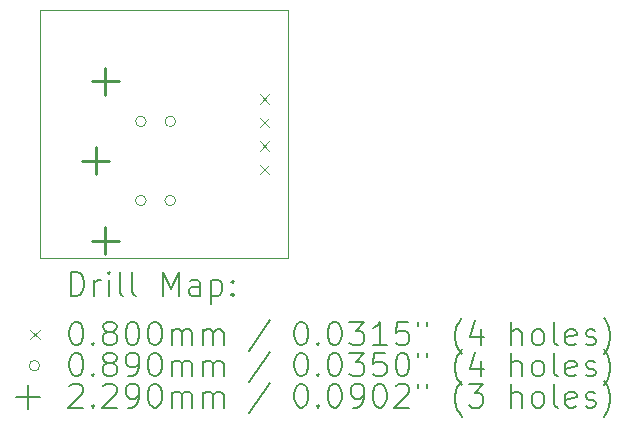
<source format=gbr>
%TF.GenerationSoftware,KiCad,Pcbnew,7.0.9-1.fc39*%
%TF.CreationDate,2023-12-29T10:15:17-08:00*%
%TF.ProjectId,aekii-m3501,61656b69-692d-46d3-9335-30312e6b6963,rev?*%
%TF.SameCoordinates,Original*%
%TF.FileFunction,Drillmap*%
%TF.FilePolarity,Positive*%
%FSLAX45Y45*%
G04 Gerber Fmt 4.5, Leading zero omitted, Abs format (unit mm)*
G04 Created by KiCad (PCBNEW 7.0.9-1.fc39) date 2023-12-29 10:15:17*
%MOMM*%
%LPD*%
G01*
G04 APERTURE LIST*
%ADD10C,0.100000*%
%ADD11C,0.200000*%
%ADD12C,0.229000*%
G04 APERTURE END LIST*
D10*
X10000000Y-10000000D02*
X12100000Y-10000000D01*
X12100000Y-12100000D01*
X10000000Y-12100000D01*
X10000000Y-10000000D01*
D11*
D10*
X11860000Y-10710000D02*
X11940000Y-10790000D01*
X11940000Y-10710000D02*
X11860000Y-10790000D01*
X11860000Y-10910000D02*
X11940000Y-10990000D01*
X11940000Y-10910000D02*
X11860000Y-10990000D01*
X11860000Y-11110000D02*
X11940000Y-11190000D01*
X11940000Y-11110000D02*
X11860000Y-11190000D01*
X11860000Y-11310000D02*
X11940000Y-11390000D01*
X11940000Y-11310000D02*
X11860000Y-11390000D01*
X10895500Y-10941000D02*
G75*
G03*
X10895500Y-10941000I-44500J0D01*
G01*
X10895500Y-11611000D02*
G75*
G03*
X10895500Y-11611000I-44500J0D01*
G01*
X11144500Y-10941000D02*
G75*
G03*
X11144500Y-10941000I-44500J0D01*
G01*
X11144500Y-11611000D02*
G75*
G03*
X11144500Y-11611000I-44500J0D01*
G01*
D12*
X10470000Y-11161500D02*
X10470000Y-11390500D01*
X10355500Y-11276000D02*
X10584500Y-11276000D01*
X10551000Y-10485500D02*
X10551000Y-10714500D01*
X10436500Y-10600000D02*
X10665500Y-10600000D01*
X10551000Y-11837500D02*
X10551000Y-12066500D01*
X10436500Y-11952000D02*
X10665500Y-11952000D01*
D11*
X10255777Y-12416484D02*
X10255777Y-12216484D01*
X10255777Y-12216484D02*
X10303396Y-12216484D01*
X10303396Y-12216484D02*
X10331967Y-12226008D01*
X10331967Y-12226008D02*
X10351015Y-12245055D01*
X10351015Y-12245055D02*
X10360539Y-12264103D01*
X10360539Y-12264103D02*
X10370063Y-12302198D01*
X10370063Y-12302198D02*
X10370063Y-12330769D01*
X10370063Y-12330769D02*
X10360539Y-12368865D01*
X10360539Y-12368865D02*
X10351015Y-12387912D01*
X10351015Y-12387912D02*
X10331967Y-12406960D01*
X10331967Y-12406960D02*
X10303396Y-12416484D01*
X10303396Y-12416484D02*
X10255777Y-12416484D01*
X10455777Y-12416484D02*
X10455777Y-12283150D01*
X10455777Y-12321246D02*
X10465301Y-12302198D01*
X10465301Y-12302198D02*
X10474824Y-12292674D01*
X10474824Y-12292674D02*
X10493872Y-12283150D01*
X10493872Y-12283150D02*
X10512920Y-12283150D01*
X10579586Y-12416484D02*
X10579586Y-12283150D01*
X10579586Y-12216484D02*
X10570063Y-12226008D01*
X10570063Y-12226008D02*
X10579586Y-12235531D01*
X10579586Y-12235531D02*
X10589110Y-12226008D01*
X10589110Y-12226008D02*
X10579586Y-12216484D01*
X10579586Y-12216484D02*
X10579586Y-12235531D01*
X10703396Y-12416484D02*
X10684348Y-12406960D01*
X10684348Y-12406960D02*
X10674824Y-12387912D01*
X10674824Y-12387912D02*
X10674824Y-12216484D01*
X10808158Y-12416484D02*
X10789110Y-12406960D01*
X10789110Y-12406960D02*
X10779586Y-12387912D01*
X10779586Y-12387912D02*
X10779586Y-12216484D01*
X11036729Y-12416484D02*
X11036729Y-12216484D01*
X11036729Y-12216484D02*
X11103396Y-12359341D01*
X11103396Y-12359341D02*
X11170063Y-12216484D01*
X11170063Y-12216484D02*
X11170063Y-12416484D01*
X11351015Y-12416484D02*
X11351015Y-12311722D01*
X11351015Y-12311722D02*
X11341491Y-12292674D01*
X11341491Y-12292674D02*
X11322443Y-12283150D01*
X11322443Y-12283150D02*
X11284348Y-12283150D01*
X11284348Y-12283150D02*
X11265301Y-12292674D01*
X11351015Y-12406960D02*
X11331967Y-12416484D01*
X11331967Y-12416484D02*
X11284348Y-12416484D01*
X11284348Y-12416484D02*
X11265301Y-12406960D01*
X11265301Y-12406960D02*
X11255777Y-12387912D01*
X11255777Y-12387912D02*
X11255777Y-12368865D01*
X11255777Y-12368865D02*
X11265301Y-12349817D01*
X11265301Y-12349817D02*
X11284348Y-12340293D01*
X11284348Y-12340293D02*
X11331967Y-12340293D01*
X11331967Y-12340293D02*
X11351015Y-12330769D01*
X11446253Y-12283150D02*
X11446253Y-12483150D01*
X11446253Y-12292674D02*
X11465301Y-12283150D01*
X11465301Y-12283150D02*
X11503396Y-12283150D01*
X11503396Y-12283150D02*
X11522443Y-12292674D01*
X11522443Y-12292674D02*
X11531967Y-12302198D01*
X11531967Y-12302198D02*
X11541491Y-12321246D01*
X11541491Y-12321246D02*
X11541491Y-12378388D01*
X11541491Y-12378388D02*
X11531967Y-12397436D01*
X11531967Y-12397436D02*
X11522443Y-12406960D01*
X11522443Y-12406960D02*
X11503396Y-12416484D01*
X11503396Y-12416484D02*
X11465301Y-12416484D01*
X11465301Y-12416484D02*
X11446253Y-12406960D01*
X11627205Y-12397436D02*
X11636729Y-12406960D01*
X11636729Y-12406960D02*
X11627205Y-12416484D01*
X11627205Y-12416484D02*
X11617682Y-12406960D01*
X11617682Y-12406960D02*
X11627205Y-12397436D01*
X11627205Y-12397436D02*
X11627205Y-12416484D01*
X11627205Y-12292674D02*
X11636729Y-12302198D01*
X11636729Y-12302198D02*
X11627205Y-12311722D01*
X11627205Y-12311722D02*
X11617682Y-12302198D01*
X11617682Y-12302198D02*
X11627205Y-12292674D01*
X11627205Y-12292674D02*
X11627205Y-12311722D01*
D10*
X9915000Y-12705000D02*
X9995000Y-12785000D01*
X9995000Y-12705000D02*
X9915000Y-12785000D01*
D11*
X10293872Y-12636484D02*
X10312920Y-12636484D01*
X10312920Y-12636484D02*
X10331967Y-12646008D01*
X10331967Y-12646008D02*
X10341491Y-12655531D01*
X10341491Y-12655531D02*
X10351015Y-12674579D01*
X10351015Y-12674579D02*
X10360539Y-12712674D01*
X10360539Y-12712674D02*
X10360539Y-12760293D01*
X10360539Y-12760293D02*
X10351015Y-12798388D01*
X10351015Y-12798388D02*
X10341491Y-12817436D01*
X10341491Y-12817436D02*
X10331967Y-12826960D01*
X10331967Y-12826960D02*
X10312920Y-12836484D01*
X10312920Y-12836484D02*
X10293872Y-12836484D01*
X10293872Y-12836484D02*
X10274824Y-12826960D01*
X10274824Y-12826960D02*
X10265301Y-12817436D01*
X10265301Y-12817436D02*
X10255777Y-12798388D01*
X10255777Y-12798388D02*
X10246253Y-12760293D01*
X10246253Y-12760293D02*
X10246253Y-12712674D01*
X10246253Y-12712674D02*
X10255777Y-12674579D01*
X10255777Y-12674579D02*
X10265301Y-12655531D01*
X10265301Y-12655531D02*
X10274824Y-12646008D01*
X10274824Y-12646008D02*
X10293872Y-12636484D01*
X10446253Y-12817436D02*
X10455777Y-12826960D01*
X10455777Y-12826960D02*
X10446253Y-12836484D01*
X10446253Y-12836484D02*
X10436729Y-12826960D01*
X10436729Y-12826960D02*
X10446253Y-12817436D01*
X10446253Y-12817436D02*
X10446253Y-12836484D01*
X10570063Y-12722198D02*
X10551015Y-12712674D01*
X10551015Y-12712674D02*
X10541491Y-12703150D01*
X10541491Y-12703150D02*
X10531967Y-12684103D01*
X10531967Y-12684103D02*
X10531967Y-12674579D01*
X10531967Y-12674579D02*
X10541491Y-12655531D01*
X10541491Y-12655531D02*
X10551015Y-12646008D01*
X10551015Y-12646008D02*
X10570063Y-12636484D01*
X10570063Y-12636484D02*
X10608158Y-12636484D01*
X10608158Y-12636484D02*
X10627205Y-12646008D01*
X10627205Y-12646008D02*
X10636729Y-12655531D01*
X10636729Y-12655531D02*
X10646253Y-12674579D01*
X10646253Y-12674579D02*
X10646253Y-12684103D01*
X10646253Y-12684103D02*
X10636729Y-12703150D01*
X10636729Y-12703150D02*
X10627205Y-12712674D01*
X10627205Y-12712674D02*
X10608158Y-12722198D01*
X10608158Y-12722198D02*
X10570063Y-12722198D01*
X10570063Y-12722198D02*
X10551015Y-12731722D01*
X10551015Y-12731722D02*
X10541491Y-12741246D01*
X10541491Y-12741246D02*
X10531967Y-12760293D01*
X10531967Y-12760293D02*
X10531967Y-12798388D01*
X10531967Y-12798388D02*
X10541491Y-12817436D01*
X10541491Y-12817436D02*
X10551015Y-12826960D01*
X10551015Y-12826960D02*
X10570063Y-12836484D01*
X10570063Y-12836484D02*
X10608158Y-12836484D01*
X10608158Y-12836484D02*
X10627205Y-12826960D01*
X10627205Y-12826960D02*
X10636729Y-12817436D01*
X10636729Y-12817436D02*
X10646253Y-12798388D01*
X10646253Y-12798388D02*
X10646253Y-12760293D01*
X10646253Y-12760293D02*
X10636729Y-12741246D01*
X10636729Y-12741246D02*
X10627205Y-12731722D01*
X10627205Y-12731722D02*
X10608158Y-12722198D01*
X10770063Y-12636484D02*
X10789110Y-12636484D01*
X10789110Y-12636484D02*
X10808158Y-12646008D01*
X10808158Y-12646008D02*
X10817682Y-12655531D01*
X10817682Y-12655531D02*
X10827205Y-12674579D01*
X10827205Y-12674579D02*
X10836729Y-12712674D01*
X10836729Y-12712674D02*
X10836729Y-12760293D01*
X10836729Y-12760293D02*
X10827205Y-12798388D01*
X10827205Y-12798388D02*
X10817682Y-12817436D01*
X10817682Y-12817436D02*
X10808158Y-12826960D01*
X10808158Y-12826960D02*
X10789110Y-12836484D01*
X10789110Y-12836484D02*
X10770063Y-12836484D01*
X10770063Y-12836484D02*
X10751015Y-12826960D01*
X10751015Y-12826960D02*
X10741491Y-12817436D01*
X10741491Y-12817436D02*
X10731967Y-12798388D01*
X10731967Y-12798388D02*
X10722444Y-12760293D01*
X10722444Y-12760293D02*
X10722444Y-12712674D01*
X10722444Y-12712674D02*
X10731967Y-12674579D01*
X10731967Y-12674579D02*
X10741491Y-12655531D01*
X10741491Y-12655531D02*
X10751015Y-12646008D01*
X10751015Y-12646008D02*
X10770063Y-12636484D01*
X10960539Y-12636484D02*
X10979586Y-12636484D01*
X10979586Y-12636484D02*
X10998634Y-12646008D01*
X10998634Y-12646008D02*
X11008158Y-12655531D01*
X11008158Y-12655531D02*
X11017682Y-12674579D01*
X11017682Y-12674579D02*
X11027205Y-12712674D01*
X11027205Y-12712674D02*
X11027205Y-12760293D01*
X11027205Y-12760293D02*
X11017682Y-12798388D01*
X11017682Y-12798388D02*
X11008158Y-12817436D01*
X11008158Y-12817436D02*
X10998634Y-12826960D01*
X10998634Y-12826960D02*
X10979586Y-12836484D01*
X10979586Y-12836484D02*
X10960539Y-12836484D01*
X10960539Y-12836484D02*
X10941491Y-12826960D01*
X10941491Y-12826960D02*
X10931967Y-12817436D01*
X10931967Y-12817436D02*
X10922444Y-12798388D01*
X10922444Y-12798388D02*
X10912920Y-12760293D01*
X10912920Y-12760293D02*
X10912920Y-12712674D01*
X10912920Y-12712674D02*
X10922444Y-12674579D01*
X10922444Y-12674579D02*
X10931967Y-12655531D01*
X10931967Y-12655531D02*
X10941491Y-12646008D01*
X10941491Y-12646008D02*
X10960539Y-12636484D01*
X11112920Y-12836484D02*
X11112920Y-12703150D01*
X11112920Y-12722198D02*
X11122444Y-12712674D01*
X11122444Y-12712674D02*
X11141491Y-12703150D01*
X11141491Y-12703150D02*
X11170063Y-12703150D01*
X11170063Y-12703150D02*
X11189110Y-12712674D01*
X11189110Y-12712674D02*
X11198634Y-12731722D01*
X11198634Y-12731722D02*
X11198634Y-12836484D01*
X11198634Y-12731722D02*
X11208158Y-12712674D01*
X11208158Y-12712674D02*
X11227205Y-12703150D01*
X11227205Y-12703150D02*
X11255777Y-12703150D01*
X11255777Y-12703150D02*
X11274824Y-12712674D01*
X11274824Y-12712674D02*
X11284348Y-12731722D01*
X11284348Y-12731722D02*
X11284348Y-12836484D01*
X11379586Y-12836484D02*
X11379586Y-12703150D01*
X11379586Y-12722198D02*
X11389110Y-12712674D01*
X11389110Y-12712674D02*
X11408158Y-12703150D01*
X11408158Y-12703150D02*
X11436729Y-12703150D01*
X11436729Y-12703150D02*
X11455777Y-12712674D01*
X11455777Y-12712674D02*
X11465301Y-12731722D01*
X11465301Y-12731722D02*
X11465301Y-12836484D01*
X11465301Y-12731722D02*
X11474824Y-12712674D01*
X11474824Y-12712674D02*
X11493872Y-12703150D01*
X11493872Y-12703150D02*
X11522443Y-12703150D01*
X11522443Y-12703150D02*
X11541491Y-12712674D01*
X11541491Y-12712674D02*
X11551015Y-12731722D01*
X11551015Y-12731722D02*
X11551015Y-12836484D01*
X11941491Y-12626960D02*
X11770063Y-12884103D01*
X12198634Y-12636484D02*
X12217682Y-12636484D01*
X12217682Y-12636484D02*
X12236729Y-12646008D01*
X12236729Y-12646008D02*
X12246253Y-12655531D01*
X12246253Y-12655531D02*
X12255777Y-12674579D01*
X12255777Y-12674579D02*
X12265301Y-12712674D01*
X12265301Y-12712674D02*
X12265301Y-12760293D01*
X12265301Y-12760293D02*
X12255777Y-12798388D01*
X12255777Y-12798388D02*
X12246253Y-12817436D01*
X12246253Y-12817436D02*
X12236729Y-12826960D01*
X12236729Y-12826960D02*
X12217682Y-12836484D01*
X12217682Y-12836484D02*
X12198634Y-12836484D01*
X12198634Y-12836484D02*
X12179586Y-12826960D01*
X12179586Y-12826960D02*
X12170063Y-12817436D01*
X12170063Y-12817436D02*
X12160539Y-12798388D01*
X12160539Y-12798388D02*
X12151015Y-12760293D01*
X12151015Y-12760293D02*
X12151015Y-12712674D01*
X12151015Y-12712674D02*
X12160539Y-12674579D01*
X12160539Y-12674579D02*
X12170063Y-12655531D01*
X12170063Y-12655531D02*
X12179586Y-12646008D01*
X12179586Y-12646008D02*
X12198634Y-12636484D01*
X12351015Y-12817436D02*
X12360539Y-12826960D01*
X12360539Y-12826960D02*
X12351015Y-12836484D01*
X12351015Y-12836484D02*
X12341491Y-12826960D01*
X12341491Y-12826960D02*
X12351015Y-12817436D01*
X12351015Y-12817436D02*
X12351015Y-12836484D01*
X12484348Y-12636484D02*
X12503396Y-12636484D01*
X12503396Y-12636484D02*
X12522444Y-12646008D01*
X12522444Y-12646008D02*
X12531967Y-12655531D01*
X12531967Y-12655531D02*
X12541491Y-12674579D01*
X12541491Y-12674579D02*
X12551015Y-12712674D01*
X12551015Y-12712674D02*
X12551015Y-12760293D01*
X12551015Y-12760293D02*
X12541491Y-12798388D01*
X12541491Y-12798388D02*
X12531967Y-12817436D01*
X12531967Y-12817436D02*
X12522444Y-12826960D01*
X12522444Y-12826960D02*
X12503396Y-12836484D01*
X12503396Y-12836484D02*
X12484348Y-12836484D01*
X12484348Y-12836484D02*
X12465301Y-12826960D01*
X12465301Y-12826960D02*
X12455777Y-12817436D01*
X12455777Y-12817436D02*
X12446253Y-12798388D01*
X12446253Y-12798388D02*
X12436729Y-12760293D01*
X12436729Y-12760293D02*
X12436729Y-12712674D01*
X12436729Y-12712674D02*
X12446253Y-12674579D01*
X12446253Y-12674579D02*
X12455777Y-12655531D01*
X12455777Y-12655531D02*
X12465301Y-12646008D01*
X12465301Y-12646008D02*
X12484348Y-12636484D01*
X12617682Y-12636484D02*
X12741491Y-12636484D01*
X12741491Y-12636484D02*
X12674825Y-12712674D01*
X12674825Y-12712674D02*
X12703396Y-12712674D01*
X12703396Y-12712674D02*
X12722444Y-12722198D01*
X12722444Y-12722198D02*
X12731967Y-12731722D01*
X12731967Y-12731722D02*
X12741491Y-12750769D01*
X12741491Y-12750769D02*
X12741491Y-12798388D01*
X12741491Y-12798388D02*
X12731967Y-12817436D01*
X12731967Y-12817436D02*
X12722444Y-12826960D01*
X12722444Y-12826960D02*
X12703396Y-12836484D01*
X12703396Y-12836484D02*
X12646253Y-12836484D01*
X12646253Y-12836484D02*
X12627206Y-12826960D01*
X12627206Y-12826960D02*
X12617682Y-12817436D01*
X12931967Y-12836484D02*
X12817682Y-12836484D01*
X12874825Y-12836484D02*
X12874825Y-12636484D01*
X12874825Y-12636484D02*
X12855777Y-12665055D01*
X12855777Y-12665055D02*
X12836729Y-12684103D01*
X12836729Y-12684103D02*
X12817682Y-12693627D01*
X13112920Y-12636484D02*
X13017682Y-12636484D01*
X13017682Y-12636484D02*
X13008158Y-12731722D01*
X13008158Y-12731722D02*
X13017682Y-12722198D01*
X13017682Y-12722198D02*
X13036729Y-12712674D01*
X13036729Y-12712674D02*
X13084348Y-12712674D01*
X13084348Y-12712674D02*
X13103396Y-12722198D01*
X13103396Y-12722198D02*
X13112920Y-12731722D01*
X13112920Y-12731722D02*
X13122444Y-12750769D01*
X13122444Y-12750769D02*
X13122444Y-12798388D01*
X13122444Y-12798388D02*
X13112920Y-12817436D01*
X13112920Y-12817436D02*
X13103396Y-12826960D01*
X13103396Y-12826960D02*
X13084348Y-12836484D01*
X13084348Y-12836484D02*
X13036729Y-12836484D01*
X13036729Y-12836484D02*
X13017682Y-12826960D01*
X13017682Y-12826960D02*
X13008158Y-12817436D01*
X13198634Y-12636484D02*
X13198634Y-12674579D01*
X13274825Y-12636484D02*
X13274825Y-12674579D01*
X13570063Y-12912674D02*
X13560539Y-12903150D01*
X13560539Y-12903150D02*
X13541491Y-12874579D01*
X13541491Y-12874579D02*
X13531968Y-12855531D01*
X13531968Y-12855531D02*
X13522444Y-12826960D01*
X13522444Y-12826960D02*
X13512920Y-12779341D01*
X13512920Y-12779341D02*
X13512920Y-12741246D01*
X13512920Y-12741246D02*
X13522444Y-12693627D01*
X13522444Y-12693627D02*
X13531968Y-12665055D01*
X13531968Y-12665055D02*
X13541491Y-12646008D01*
X13541491Y-12646008D02*
X13560539Y-12617436D01*
X13560539Y-12617436D02*
X13570063Y-12607912D01*
X13731968Y-12703150D02*
X13731968Y-12836484D01*
X13684348Y-12626960D02*
X13636729Y-12769817D01*
X13636729Y-12769817D02*
X13760539Y-12769817D01*
X13989110Y-12836484D02*
X13989110Y-12636484D01*
X14074825Y-12836484D02*
X14074825Y-12731722D01*
X14074825Y-12731722D02*
X14065301Y-12712674D01*
X14065301Y-12712674D02*
X14046253Y-12703150D01*
X14046253Y-12703150D02*
X14017682Y-12703150D01*
X14017682Y-12703150D02*
X13998634Y-12712674D01*
X13998634Y-12712674D02*
X13989110Y-12722198D01*
X14198634Y-12836484D02*
X14179587Y-12826960D01*
X14179587Y-12826960D02*
X14170063Y-12817436D01*
X14170063Y-12817436D02*
X14160539Y-12798388D01*
X14160539Y-12798388D02*
X14160539Y-12741246D01*
X14160539Y-12741246D02*
X14170063Y-12722198D01*
X14170063Y-12722198D02*
X14179587Y-12712674D01*
X14179587Y-12712674D02*
X14198634Y-12703150D01*
X14198634Y-12703150D02*
X14227206Y-12703150D01*
X14227206Y-12703150D02*
X14246253Y-12712674D01*
X14246253Y-12712674D02*
X14255777Y-12722198D01*
X14255777Y-12722198D02*
X14265301Y-12741246D01*
X14265301Y-12741246D02*
X14265301Y-12798388D01*
X14265301Y-12798388D02*
X14255777Y-12817436D01*
X14255777Y-12817436D02*
X14246253Y-12826960D01*
X14246253Y-12826960D02*
X14227206Y-12836484D01*
X14227206Y-12836484D02*
X14198634Y-12836484D01*
X14379587Y-12836484D02*
X14360539Y-12826960D01*
X14360539Y-12826960D02*
X14351015Y-12807912D01*
X14351015Y-12807912D02*
X14351015Y-12636484D01*
X14531968Y-12826960D02*
X14512920Y-12836484D01*
X14512920Y-12836484D02*
X14474825Y-12836484D01*
X14474825Y-12836484D02*
X14455777Y-12826960D01*
X14455777Y-12826960D02*
X14446253Y-12807912D01*
X14446253Y-12807912D02*
X14446253Y-12731722D01*
X14446253Y-12731722D02*
X14455777Y-12712674D01*
X14455777Y-12712674D02*
X14474825Y-12703150D01*
X14474825Y-12703150D02*
X14512920Y-12703150D01*
X14512920Y-12703150D02*
X14531968Y-12712674D01*
X14531968Y-12712674D02*
X14541491Y-12731722D01*
X14541491Y-12731722D02*
X14541491Y-12750769D01*
X14541491Y-12750769D02*
X14446253Y-12769817D01*
X14617682Y-12826960D02*
X14636730Y-12836484D01*
X14636730Y-12836484D02*
X14674825Y-12836484D01*
X14674825Y-12836484D02*
X14693872Y-12826960D01*
X14693872Y-12826960D02*
X14703396Y-12807912D01*
X14703396Y-12807912D02*
X14703396Y-12798388D01*
X14703396Y-12798388D02*
X14693872Y-12779341D01*
X14693872Y-12779341D02*
X14674825Y-12769817D01*
X14674825Y-12769817D02*
X14646253Y-12769817D01*
X14646253Y-12769817D02*
X14627206Y-12760293D01*
X14627206Y-12760293D02*
X14617682Y-12741246D01*
X14617682Y-12741246D02*
X14617682Y-12731722D01*
X14617682Y-12731722D02*
X14627206Y-12712674D01*
X14627206Y-12712674D02*
X14646253Y-12703150D01*
X14646253Y-12703150D02*
X14674825Y-12703150D01*
X14674825Y-12703150D02*
X14693872Y-12712674D01*
X14770063Y-12912674D02*
X14779587Y-12903150D01*
X14779587Y-12903150D02*
X14798634Y-12874579D01*
X14798634Y-12874579D02*
X14808158Y-12855531D01*
X14808158Y-12855531D02*
X14817682Y-12826960D01*
X14817682Y-12826960D02*
X14827206Y-12779341D01*
X14827206Y-12779341D02*
X14827206Y-12741246D01*
X14827206Y-12741246D02*
X14817682Y-12693627D01*
X14817682Y-12693627D02*
X14808158Y-12665055D01*
X14808158Y-12665055D02*
X14798634Y-12646008D01*
X14798634Y-12646008D02*
X14779587Y-12617436D01*
X14779587Y-12617436D02*
X14770063Y-12607912D01*
D10*
X9995000Y-13009000D02*
G75*
G03*
X9995000Y-13009000I-44500J0D01*
G01*
D11*
X10293872Y-12900484D02*
X10312920Y-12900484D01*
X10312920Y-12900484D02*
X10331967Y-12910008D01*
X10331967Y-12910008D02*
X10341491Y-12919531D01*
X10341491Y-12919531D02*
X10351015Y-12938579D01*
X10351015Y-12938579D02*
X10360539Y-12976674D01*
X10360539Y-12976674D02*
X10360539Y-13024293D01*
X10360539Y-13024293D02*
X10351015Y-13062388D01*
X10351015Y-13062388D02*
X10341491Y-13081436D01*
X10341491Y-13081436D02*
X10331967Y-13090960D01*
X10331967Y-13090960D02*
X10312920Y-13100484D01*
X10312920Y-13100484D02*
X10293872Y-13100484D01*
X10293872Y-13100484D02*
X10274824Y-13090960D01*
X10274824Y-13090960D02*
X10265301Y-13081436D01*
X10265301Y-13081436D02*
X10255777Y-13062388D01*
X10255777Y-13062388D02*
X10246253Y-13024293D01*
X10246253Y-13024293D02*
X10246253Y-12976674D01*
X10246253Y-12976674D02*
X10255777Y-12938579D01*
X10255777Y-12938579D02*
X10265301Y-12919531D01*
X10265301Y-12919531D02*
X10274824Y-12910008D01*
X10274824Y-12910008D02*
X10293872Y-12900484D01*
X10446253Y-13081436D02*
X10455777Y-13090960D01*
X10455777Y-13090960D02*
X10446253Y-13100484D01*
X10446253Y-13100484D02*
X10436729Y-13090960D01*
X10436729Y-13090960D02*
X10446253Y-13081436D01*
X10446253Y-13081436D02*
X10446253Y-13100484D01*
X10570063Y-12986198D02*
X10551015Y-12976674D01*
X10551015Y-12976674D02*
X10541491Y-12967150D01*
X10541491Y-12967150D02*
X10531967Y-12948103D01*
X10531967Y-12948103D02*
X10531967Y-12938579D01*
X10531967Y-12938579D02*
X10541491Y-12919531D01*
X10541491Y-12919531D02*
X10551015Y-12910008D01*
X10551015Y-12910008D02*
X10570063Y-12900484D01*
X10570063Y-12900484D02*
X10608158Y-12900484D01*
X10608158Y-12900484D02*
X10627205Y-12910008D01*
X10627205Y-12910008D02*
X10636729Y-12919531D01*
X10636729Y-12919531D02*
X10646253Y-12938579D01*
X10646253Y-12938579D02*
X10646253Y-12948103D01*
X10646253Y-12948103D02*
X10636729Y-12967150D01*
X10636729Y-12967150D02*
X10627205Y-12976674D01*
X10627205Y-12976674D02*
X10608158Y-12986198D01*
X10608158Y-12986198D02*
X10570063Y-12986198D01*
X10570063Y-12986198D02*
X10551015Y-12995722D01*
X10551015Y-12995722D02*
X10541491Y-13005246D01*
X10541491Y-13005246D02*
X10531967Y-13024293D01*
X10531967Y-13024293D02*
X10531967Y-13062388D01*
X10531967Y-13062388D02*
X10541491Y-13081436D01*
X10541491Y-13081436D02*
X10551015Y-13090960D01*
X10551015Y-13090960D02*
X10570063Y-13100484D01*
X10570063Y-13100484D02*
X10608158Y-13100484D01*
X10608158Y-13100484D02*
X10627205Y-13090960D01*
X10627205Y-13090960D02*
X10636729Y-13081436D01*
X10636729Y-13081436D02*
X10646253Y-13062388D01*
X10646253Y-13062388D02*
X10646253Y-13024293D01*
X10646253Y-13024293D02*
X10636729Y-13005246D01*
X10636729Y-13005246D02*
X10627205Y-12995722D01*
X10627205Y-12995722D02*
X10608158Y-12986198D01*
X10741491Y-13100484D02*
X10779586Y-13100484D01*
X10779586Y-13100484D02*
X10798634Y-13090960D01*
X10798634Y-13090960D02*
X10808158Y-13081436D01*
X10808158Y-13081436D02*
X10827205Y-13052865D01*
X10827205Y-13052865D02*
X10836729Y-13014769D01*
X10836729Y-13014769D02*
X10836729Y-12938579D01*
X10836729Y-12938579D02*
X10827205Y-12919531D01*
X10827205Y-12919531D02*
X10817682Y-12910008D01*
X10817682Y-12910008D02*
X10798634Y-12900484D01*
X10798634Y-12900484D02*
X10760539Y-12900484D01*
X10760539Y-12900484D02*
X10741491Y-12910008D01*
X10741491Y-12910008D02*
X10731967Y-12919531D01*
X10731967Y-12919531D02*
X10722444Y-12938579D01*
X10722444Y-12938579D02*
X10722444Y-12986198D01*
X10722444Y-12986198D02*
X10731967Y-13005246D01*
X10731967Y-13005246D02*
X10741491Y-13014769D01*
X10741491Y-13014769D02*
X10760539Y-13024293D01*
X10760539Y-13024293D02*
X10798634Y-13024293D01*
X10798634Y-13024293D02*
X10817682Y-13014769D01*
X10817682Y-13014769D02*
X10827205Y-13005246D01*
X10827205Y-13005246D02*
X10836729Y-12986198D01*
X10960539Y-12900484D02*
X10979586Y-12900484D01*
X10979586Y-12900484D02*
X10998634Y-12910008D01*
X10998634Y-12910008D02*
X11008158Y-12919531D01*
X11008158Y-12919531D02*
X11017682Y-12938579D01*
X11017682Y-12938579D02*
X11027205Y-12976674D01*
X11027205Y-12976674D02*
X11027205Y-13024293D01*
X11027205Y-13024293D02*
X11017682Y-13062388D01*
X11017682Y-13062388D02*
X11008158Y-13081436D01*
X11008158Y-13081436D02*
X10998634Y-13090960D01*
X10998634Y-13090960D02*
X10979586Y-13100484D01*
X10979586Y-13100484D02*
X10960539Y-13100484D01*
X10960539Y-13100484D02*
X10941491Y-13090960D01*
X10941491Y-13090960D02*
X10931967Y-13081436D01*
X10931967Y-13081436D02*
X10922444Y-13062388D01*
X10922444Y-13062388D02*
X10912920Y-13024293D01*
X10912920Y-13024293D02*
X10912920Y-12976674D01*
X10912920Y-12976674D02*
X10922444Y-12938579D01*
X10922444Y-12938579D02*
X10931967Y-12919531D01*
X10931967Y-12919531D02*
X10941491Y-12910008D01*
X10941491Y-12910008D02*
X10960539Y-12900484D01*
X11112920Y-13100484D02*
X11112920Y-12967150D01*
X11112920Y-12986198D02*
X11122444Y-12976674D01*
X11122444Y-12976674D02*
X11141491Y-12967150D01*
X11141491Y-12967150D02*
X11170063Y-12967150D01*
X11170063Y-12967150D02*
X11189110Y-12976674D01*
X11189110Y-12976674D02*
X11198634Y-12995722D01*
X11198634Y-12995722D02*
X11198634Y-13100484D01*
X11198634Y-12995722D02*
X11208158Y-12976674D01*
X11208158Y-12976674D02*
X11227205Y-12967150D01*
X11227205Y-12967150D02*
X11255777Y-12967150D01*
X11255777Y-12967150D02*
X11274824Y-12976674D01*
X11274824Y-12976674D02*
X11284348Y-12995722D01*
X11284348Y-12995722D02*
X11284348Y-13100484D01*
X11379586Y-13100484D02*
X11379586Y-12967150D01*
X11379586Y-12986198D02*
X11389110Y-12976674D01*
X11389110Y-12976674D02*
X11408158Y-12967150D01*
X11408158Y-12967150D02*
X11436729Y-12967150D01*
X11436729Y-12967150D02*
X11455777Y-12976674D01*
X11455777Y-12976674D02*
X11465301Y-12995722D01*
X11465301Y-12995722D02*
X11465301Y-13100484D01*
X11465301Y-12995722D02*
X11474824Y-12976674D01*
X11474824Y-12976674D02*
X11493872Y-12967150D01*
X11493872Y-12967150D02*
X11522443Y-12967150D01*
X11522443Y-12967150D02*
X11541491Y-12976674D01*
X11541491Y-12976674D02*
X11551015Y-12995722D01*
X11551015Y-12995722D02*
X11551015Y-13100484D01*
X11941491Y-12890960D02*
X11770063Y-13148103D01*
X12198634Y-12900484D02*
X12217682Y-12900484D01*
X12217682Y-12900484D02*
X12236729Y-12910008D01*
X12236729Y-12910008D02*
X12246253Y-12919531D01*
X12246253Y-12919531D02*
X12255777Y-12938579D01*
X12255777Y-12938579D02*
X12265301Y-12976674D01*
X12265301Y-12976674D02*
X12265301Y-13024293D01*
X12265301Y-13024293D02*
X12255777Y-13062388D01*
X12255777Y-13062388D02*
X12246253Y-13081436D01*
X12246253Y-13081436D02*
X12236729Y-13090960D01*
X12236729Y-13090960D02*
X12217682Y-13100484D01*
X12217682Y-13100484D02*
X12198634Y-13100484D01*
X12198634Y-13100484D02*
X12179586Y-13090960D01*
X12179586Y-13090960D02*
X12170063Y-13081436D01*
X12170063Y-13081436D02*
X12160539Y-13062388D01*
X12160539Y-13062388D02*
X12151015Y-13024293D01*
X12151015Y-13024293D02*
X12151015Y-12976674D01*
X12151015Y-12976674D02*
X12160539Y-12938579D01*
X12160539Y-12938579D02*
X12170063Y-12919531D01*
X12170063Y-12919531D02*
X12179586Y-12910008D01*
X12179586Y-12910008D02*
X12198634Y-12900484D01*
X12351015Y-13081436D02*
X12360539Y-13090960D01*
X12360539Y-13090960D02*
X12351015Y-13100484D01*
X12351015Y-13100484D02*
X12341491Y-13090960D01*
X12341491Y-13090960D02*
X12351015Y-13081436D01*
X12351015Y-13081436D02*
X12351015Y-13100484D01*
X12484348Y-12900484D02*
X12503396Y-12900484D01*
X12503396Y-12900484D02*
X12522444Y-12910008D01*
X12522444Y-12910008D02*
X12531967Y-12919531D01*
X12531967Y-12919531D02*
X12541491Y-12938579D01*
X12541491Y-12938579D02*
X12551015Y-12976674D01*
X12551015Y-12976674D02*
X12551015Y-13024293D01*
X12551015Y-13024293D02*
X12541491Y-13062388D01*
X12541491Y-13062388D02*
X12531967Y-13081436D01*
X12531967Y-13081436D02*
X12522444Y-13090960D01*
X12522444Y-13090960D02*
X12503396Y-13100484D01*
X12503396Y-13100484D02*
X12484348Y-13100484D01*
X12484348Y-13100484D02*
X12465301Y-13090960D01*
X12465301Y-13090960D02*
X12455777Y-13081436D01*
X12455777Y-13081436D02*
X12446253Y-13062388D01*
X12446253Y-13062388D02*
X12436729Y-13024293D01*
X12436729Y-13024293D02*
X12436729Y-12976674D01*
X12436729Y-12976674D02*
X12446253Y-12938579D01*
X12446253Y-12938579D02*
X12455777Y-12919531D01*
X12455777Y-12919531D02*
X12465301Y-12910008D01*
X12465301Y-12910008D02*
X12484348Y-12900484D01*
X12617682Y-12900484D02*
X12741491Y-12900484D01*
X12741491Y-12900484D02*
X12674825Y-12976674D01*
X12674825Y-12976674D02*
X12703396Y-12976674D01*
X12703396Y-12976674D02*
X12722444Y-12986198D01*
X12722444Y-12986198D02*
X12731967Y-12995722D01*
X12731967Y-12995722D02*
X12741491Y-13014769D01*
X12741491Y-13014769D02*
X12741491Y-13062388D01*
X12741491Y-13062388D02*
X12731967Y-13081436D01*
X12731967Y-13081436D02*
X12722444Y-13090960D01*
X12722444Y-13090960D02*
X12703396Y-13100484D01*
X12703396Y-13100484D02*
X12646253Y-13100484D01*
X12646253Y-13100484D02*
X12627206Y-13090960D01*
X12627206Y-13090960D02*
X12617682Y-13081436D01*
X12922444Y-12900484D02*
X12827206Y-12900484D01*
X12827206Y-12900484D02*
X12817682Y-12995722D01*
X12817682Y-12995722D02*
X12827206Y-12986198D01*
X12827206Y-12986198D02*
X12846253Y-12976674D01*
X12846253Y-12976674D02*
X12893872Y-12976674D01*
X12893872Y-12976674D02*
X12912920Y-12986198D01*
X12912920Y-12986198D02*
X12922444Y-12995722D01*
X12922444Y-12995722D02*
X12931967Y-13014769D01*
X12931967Y-13014769D02*
X12931967Y-13062388D01*
X12931967Y-13062388D02*
X12922444Y-13081436D01*
X12922444Y-13081436D02*
X12912920Y-13090960D01*
X12912920Y-13090960D02*
X12893872Y-13100484D01*
X12893872Y-13100484D02*
X12846253Y-13100484D01*
X12846253Y-13100484D02*
X12827206Y-13090960D01*
X12827206Y-13090960D02*
X12817682Y-13081436D01*
X13055777Y-12900484D02*
X13074825Y-12900484D01*
X13074825Y-12900484D02*
X13093872Y-12910008D01*
X13093872Y-12910008D02*
X13103396Y-12919531D01*
X13103396Y-12919531D02*
X13112920Y-12938579D01*
X13112920Y-12938579D02*
X13122444Y-12976674D01*
X13122444Y-12976674D02*
X13122444Y-13024293D01*
X13122444Y-13024293D02*
X13112920Y-13062388D01*
X13112920Y-13062388D02*
X13103396Y-13081436D01*
X13103396Y-13081436D02*
X13093872Y-13090960D01*
X13093872Y-13090960D02*
X13074825Y-13100484D01*
X13074825Y-13100484D02*
X13055777Y-13100484D01*
X13055777Y-13100484D02*
X13036729Y-13090960D01*
X13036729Y-13090960D02*
X13027206Y-13081436D01*
X13027206Y-13081436D02*
X13017682Y-13062388D01*
X13017682Y-13062388D02*
X13008158Y-13024293D01*
X13008158Y-13024293D02*
X13008158Y-12976674D01*
X13008158Y-12976674D02*
X13017682Y-12938579D01*
X13017682Y-12938579D02*
X13027206Y-12919531D01*
X13027206Y-12919531D02*
X13036729Y-12910008D01*
X13036729Y-12910008D02*
X13055777Y-12900484D01*
X13198634Y-12900484D02*
X13198634Y-12938579D01*
X13274825Y-12900484D02*
X13274825Y-12938579D01*
X13570063Y-13176674D02*
X13560539Y-13167150D01*
X13560539Y-13167150D02*
X13541491Y-13138579D01*
X13541491Y-13138579D02*
X13531968Y-13119531D01*
X13531968Y-13119531D02*
X13522444Y-13090960D01*
X13522444Y-13090960D02*
X13512920Y-13043341D01*
X13512920Y-13043341D02*
X13512920Y-13005246D01*
X13512920Y-13005246D02*
X13522444Y-12957627D01*
X13522444Y-12957627D02*
X13531968Y-12929055D01*
X13531968Y-12929055D02*
X13541491Y-12910008D01*
X13541491Y-12910008D02*
X13560539Y-12881436D01*
X13560539Y-12881436D02*
X13570063Y-12871912D01*
X13731968Y-12967150D02*
X13731968Y-13100484D01*
X13684348Y-12890960D02*
X13636729Y-13033817D01*
X13636729Y-13033817D02*
X13760539Y-13033817D01*
X13989110Y-13100484D02*
X13989110Y-12900484D01*
X14074825Y-13100484D02*
X14074825Y-12995722D01*
X14074825Y-12995722D02*
X14065301Y-12976674D01*
X14065301Y-12976674D02*
X14046253Y-12967150D01*
X14046253Y-12967150D02*
X14017682Y-12967150D01*
X14017682Y-12967150D02*
X13998634Y-12976674D01*
X13998634Y-12976674D02*
X13989110Y-12986198D01*
X14198634Y-13100484D02*
X14179587Y-13090960D01*
X14179587Y-13090960D02*
X14170063Y-13081436D01*
X14170063Y-13081436D02*
X14160539Y-13062388D01*
X14160539Y-13062388D02*
X14160539Y-13005246D01*
X14160539Y-13005246D02*
X14170063Y-12986198D01*
X14170063Y-12986198D02*
X14179587Y-12976674D01*
X14179587Y-12976674D02*
X14198634Y-12967150D01*
X14198634Y-12967150D02*
X14227206Y-12967150D01*
X14227206Y-12967150D02*
X14246253Y-12976674D01*
X14246253Y-12976674D02*
X14255777Y-12986198D01*
X14255777Y-12986198D02*
X14265301Y-13005246D01*
X14265301Y-13005246D02*
X14265301Y-13062388D01*
X14265301Y-13062388D02*
X14255777Y-13081436D01*
X14255777Y-13081436D02*
X14246253Y-13090960D01*
X14246253Y-13090960D02*
X14227206Y-13100484D01*
X14227206Y-13100484D02*
X14198634Y-13100484D01*
X14379587Y-13100484D02*
X14360539Y-13090960D01*
X14360539Y-13090960D02*
X14351015Y-13071912D01*
X14351015Y-13071912D02*
X14351015Y-12900484D01*
X14531968Y-13090960D02*
X14512920Y-13100484D01*
X14512920Y-13100484D02*
X14474825Y-13100484D01*
X14474825Y-13100484D02*
X14455777Y-13090960D01*
X14455777Y-13090960D02*
X14446253Y-13071912D01*
X14446253Y-13071912D02*
X14446253Y-12995722D01*
X14446253Y-12995722D02*
X14455777Y-12976674D01*
X14455777Y-12976674D02*
X14474825Y-12967150D01*
X14474825Y-12967150D02*
X14512920Y-12967150D01*
X14512920Y-12967150D02*
X14531968Y-12976674D01*
X14531968Y-12976674D02*
X14541491Y-12995722D01*
X14541491Y-12995722D02*
X14541491Y-13014769D01*
X14541491Y-13014769D02*
X14446253Y-13033817D01*
X14617682Y-13090960D02*
X14636730Y-13100484D01*
X14636730Y-13100484D02*
X14674825Y-13100484D01*
X14674825Y-13100484D02*
X14693872Y-13090960D01*
X14693872Y-13090960D02*
X14703396Y-13071912D01*
X14703396Y-13071912D02*
X14703396Y-13062388D01*
X14703396Y-13062388D02*
X14693872Y-13043341D01*
X14693872Y-13043341D02*
X14674825Y-13033817D01*
X14674825Y-13033817D02*
X14646253Y-13033817D01*
X14646253Y-13033817D02*
X14627206Y-13024293D01*
X14627206Y-13024293D02*
X14617682Y-13005246D01*
X14617682Y-13005246D02*
X14617682Y-12995722D01*
X14617682Y-12995722D02*
X14627206Y-12976674D01*
X14627206Y-12976674D02*
X14646253Y-12967150D01*
X14646253Y-12967150D02*
X14674825Y-12967150D01*
X14674825Y-12967150D02*
X14693872Y-12976674D01*
X14770063Y-13176674D02*
X14779587Y-13167150D01*
X14779587Y-13167150D02*
X14798634Y-13138579D01*
X14798634Y-13138579D02*
X14808158Y-13119531D01*
X14808158Y-13119531D02*
X14817682Y-13090960D01*
X14817682Y-13090960D02*
X14827206Y-13043341D01*
X14827206Y-13043341D02*
X14827206Y-13005246D01*
X14827206Y-13005246D02*
X14817682Y-12957627D01*
X14817682Y-12957627D02*
X14808158Y-12929055D01*
X14808158Y-12929055D02*
X14798634Y-12910008D01*
X14798634Y-12910008D02*
X14779587Y-12881436D01*
X14779587Y-12881436D02*
X14770063Y-12871912D01*
X9895000Y-13173000D02*
X9895000Y-13373000D01*
X9795000Y-13273000D02*
X9995000Y-13273000D01*
X10246253Y-13183531D02*
X10255777Y-13174008D01*
X10255777Y-13174008D02*
X10274824Y-13164484D01*
X10274824Y-13164484D02*
X10322444Y-13164484D01*
X10322444Y-13164484D02*
X10341491Y-13174008D01*
X10341491Y-13174008D02*
X10351015Y-13183531D01*
X10351015Y-13183531D02*
X10360539Y-13202579D01*
X10360539Y-13202579D02*
X10360539Y-13221627D01*
X10360539Y-13221627D02*
X10351015Y-13250198D01*
X10351015Y-13250198D02*
X10236729Y-13364484D01*
X10236729Y-13364484D02*
X10360539Y-13364484D01*
X10446253Y-13345436D02*
X10455777Y-13354960D01*
X10455777Y-13354960D02*
X10446253Y-13364484D01*
X10446253Y-13364484D02*
X10436729Y-13354960D01*
X10436729Y-13354960D02*
X10446253Y-13345436D01*
X10446253Y-13345436D02*
X10446253Y-13364484D01*
X10531967Y-13183531D02*
X10541491Y-13174008D01*
X10541491Y-13174008D02*
X10560539Y-13164484D01*
X10560539Y-13164484D02*
X10608158Y-13164484D01*
X10608158Y-13164484D02*
X10627205Y-13174008D01*
X10627205Y-13174008D02*
X10636729Y-13183531D01*
X10636729Y-13183531D02*
X10646253Y-13202579D01*
X10646253Y-13202579D02*
X10646253Y-13221627D01*
X10646253Y-13221627D02*
X10636729Y-13250198D01*
X10636729Y-13250198D02*
X10522444Y-13364484D01*
X10522444Y-13364484D02*
X10646253Y-13364484D01*
X10741491Y-13364484D02*
X10779586Y-13364484D01*
X10779586Y-13364484D02*
X10798634Y-13354960D01*
X10798634Y-13354960D02*
X10808158Y-13345436D01*
X10808158Y-13345436D02*
X10827205Y-13316865D01*
X10827205Y-13316865D02*
X10836729Y-13278769D01*
X10836729Y-13278769D02*
X10836729Y-13202579D01*
X10836729Y-13202579D02*
X10827205Y-13183531D01*
X10827205Y-13183531D02*
X10817682Y-13174008D01*
X10817682Y-13174008D02*
X10798634Y-13164484D01*
X10798634Y-13164484D02*
X10760539Y-13164484D01*
X10760539Y-13164484D02*
X10741491Y-13174008D01*
X10741491Y-13174008D02*
X10731967Y-13183531D01*
X10731967Y-13183531D02*
X10722444Y-13202579D01*
X10722444Y-13202579D02*
X10722444Y-13250198D01*
X10722444Y-13250198D02*
X10731967Y-13269246D01*
X10731967Y-13269246D02*
X10741491Y-13278769D01*
X10741491Y-13278769D02*
X10760539Y-13288293D01*
X10760539Y-13288293D02*
X10798634Y-13288293D01*
X10798634Y-13288293D02*
X10817682Y-13278769D01*
X10817682Y-13278769D02*
X10827205Y-13269246D01*
X10827205Y-13269246D02*
X10836729Y-13250198D01*
X10960539Y-13164484D02*
X10979586Y-13164484D01*
X10979586Y-13164484D02*
X10998634Y-13174008D01*
X10998634Y-13174008D02*
X11008158Y-13183531D01*
X11008158Y-13183531D02*
X11017682Y-13202579D01*
X11017682Y-13202579D02*
X11027205Y-13240674D01*
X11027205Y-13240674D02*
X11027205Y-13288293D01*
X11027205Y-13288293D02*
X11017682Y-13326388D01*
X11017682Y-13326388D02*
X11008158Y-13345436D01*
X11008158Y-13345436D02*
X10998634Y-13354960D01*
X10998634Y-13354960D02*
X10979586Y-13364484D01*
X10979586Y-13364484D02*
X10960539Y-13364484D01*
X10960539Y-13364484D02*
X10941491Y-13354960D01*
X10941491Y-13354960D02*
X10931967Y-13345436D01*
X10931967Y-13345436D02*
X10922444Y-13326388D01*
X10922444Y-13326388D02*
X10912920Y-13288293D01*
X10912920Y-13288293D02*
X10912920Y-13240674D01*
X10912920Y-13240674D02*
X10922444Y-13202579D01*
X10922444Y-13202579D02*
X10931967Y-13183531D01*
X10931967Y-13183531D02*
X10941491Y-13174008D01*
X10941491Y-13174008D02*
X10960539Y-13164484D01*
X11112920Y-13364484D02*
X11112920Y-13231150D01*
X11112920Y-13250198D02*
X11122444Y-13240674D01*
X11122444Y-13240674D02*
X11141491Y-13231150D01*
X11141491Y-13231150D02*
X11170063Y-13231150D01*
X11170063Y-13231150D02*
X11189110Y-13240674D01*
X11189110Y-13240674D02*
X11198634Y-13259722D01*
X11198634Y-13259722D02*
X11198634Y-13364484D01*
X11198634Y-13259722D02*
X11208158Y-13240674D01*
X11208158Y-13240674D02*
X11227205Y-13231150D01*
X11227205Y-13231150D02*
X11255777Y-13231150D01*
X11255777Y-13231150D02*
X11274824Y-13240674D01*
X11274824Y-13240674D02*
X11284348Y-13259722D01*
X11284348Y-13259722D02*
X11284348Y-13364484D01*
X11379586Y-13364484D02*
X11379586Y-13231150D01*
X11379586Y-13250198D02*
X11389110Y-13240674D01*
X11389110Y-13240674D02*
X11408158Y-13231150D01*
X11408158Y-13231150D02*
X11436729Y-13231150D01*
X11436729Y-13231150D02*
X11455777Y-13240674D01*
X11455777Y-13240674D02*
X11465301Y-13259722D01*
X11465301Y-13259722D02*
X11465301Y-13364484D01*
X11465301Y-13259722D02*
X11474824Y-13240674D01*
X11474824Y-13240674D02*
X11493872Y-13231150D01*
X11493872Y-13231150D02*
X11522443Y-13231150D01*
X11522443Y-13231150D02*
X11541491Y-13240674D01*
X11541491Y-13240674D02*
X11551015Y-13259722D01*
X11551015Y-13259722D02*
X11551015Y-13364484D01*
X11941491Y-13154960D02*
X11770063Y-13412103D01*
X12198634Y-13164484D02*
X12217682Y-13164484D01*
X12217682Y-13164484D02*
X12236729Y-13174008D01*
X12236729Y-13174008D02*
X12246253Y-13183531D01*
X12246253Y-13183531D02*
X12255777Y-13202579D01*
X12255777Y-13202579D02*
X12265301Y-13240674D01*
X12265301Y-13240674D02*
X12265301Y-13288293D01*
X12265301Y-13288293D02*
X12255777Y-13326388D01*
X12255777Y-13326388D02*
X12246253Y-13345436D01*
X12246253Y-13345436D02*
X12236729Y-13354960D01*
X12236729Y-13354960D02*
X12217682Y-13364484D01*
X12217682Y-13364484D02*
X12198634Y-13364484D01*
X12198634Y-13364484D02*
X12179586Y-13354960D01*
X12179586Y-13354960D02*
X12170063Y-13345436D01*
X12170063Y-13345436D02*
X12160539Y-13326388D01*
X12160539Y-13326388D02*
X12151015Y-13288293D01*
X12151015Y-13288293D02*
X12151015Y-13240674D01*
X12151015Y-13240674D02*
X12160539Y-13202579D01*
X12160539Y-13202579D02*
X12170063Y-13183531D01*
X12170063Y-13183531D02*
X12179586Y-13174008D01*
X12179586Y-13174008D02*
X12198634Y-13164484D01*
X12351015Y-13345436D02*
X12360539Y-13354960D01*
X12360539Y-13354960D02*
X12351015Y-13364484D01*
X12351015Y-13364484D02*
X12341491Y-13354960D01*
X12341491Y-13354960D02*
X12351015Y-13345436D01*
X12351015Y-13345436D02*
X12351015Y-13364484D01*
X12484348Y-13164484D02*
X12503396Y-13164484D01*
X12503396Y-13164484D02*
X12522444Y-13174008D01*
X12522444Y-13174008D02*
X12531967Y-13183531D01*
X12531967Y-13183531D02*
X12541491Y-13202579D01*
X12541491Y-13202579D02*
X12551015Y-13240674D01*
X12551015Y-13240674D02*
X12551015Y-13288293D01*
X12551015Y-13288293D02*
X12541491Y-13326388D01*
X12541491Y-13326388D02*
X12531967Y-13345436D01*
X12531967Y-13345436D02*
X12522444Y-13354960D01*
X12522444Y-13354960D02*
X12503396Y-13364484D01*
X12503396Y-13364484D02*
X12484348Y-13364484D01*
X12484348Y-13364484D02*
X12465301Y-13354960D01*
X12465301Y-13354960D02*
X12455777Y-13345436D01*
X12455777Y-13345436D02*
X12446253Y-13326388D01*
X12446253Y-13326388D02*
X12436729Y-13288293D01*
X12436729Y-13288293D02*
X12436729Y-13240674D01*
X12436729Y-13240674D02*
X12446253Y-13202579D01*
X12446253Y-13202579D02*
X12455777Y-13183531D01*
X12455777Y-13183531D02*
X12465301Y-13174008D01*
X12465301Y-13174008D02*
X12484348Y-13164484D01*
X12646253Y-13364484D02*
X12684348Y-13364484D01*
X12684348Y-13364484D02*
X12703396Y-13354960D01*
X12703396Y-13354960D02*
X12712920Y-13345436D01*
X12712920Y-13345436D02*
X12731967Y-13316865D01*
X12731967Y-13316865D02*
X12741491Y-13278769D01*
X12741491Y-13278769D02*
X12741491Y-13202579D01*
X12741491Y-13202579D02*
X12731967Y-13183531D01*
X12731967Y-13183531D02*
X12722444Y-13174008D01*
X12722444Y-13174008D02*
X12703396Y-13164484D01*
X12703396Y-13164484D02*
X12665301Y-13164484D01*
X12665301Y-13164484D02*
X12646253Y-13174008D01*
X12646253Y-13174008D02*
X12636729Y-13183531D01*
X12636729Y-13183531D02*
X12627206Y-13202579D01*
X12627206Y-13202579D02*
X12627206Y-13250198D01*
X12627206Y-13250198D02*
X12636729Y-13269246D01*
X12636729Y-13269246D02*
X12646253Y-13278769D01*
X12646253Y-13278769D02*
X12665301Y-13288293D01*
X12665301Y-13288293D02*
X12703396Y-13288293D01*
X12703396Y-13288293D02*
X12722444Y-13278769D01*
X12722444Y-13278769D02*
X12731967Y-13269246D01*
X12731967Y-13269246D02*
X12741491Y-13250198D01*
X12865301Y-13164484D02*
X12884348Y-13164484D01*
X12884348Y-13164484D02*
X12903396Y-13174008D01*
X12903396Y-13174008D02*
X12912920Y-13183531D01*
X12912920Y-13183531D02*
X12922444Y-13202579D01*
X12922444Y-13202579D02*
X12931967Y-13240674D01*
X12931967Y-13240674D02*
X12931967Y-13288293D01*
X12931967Y-13288293D02*
X12922444Y-13326388D01*
X12922444Y-13326388D02*
X12912920Y-13345436D01*
X12912920Y-13345436D02*
X12903396Y-13354960D01*
X12903396Y-13354960D02*
X12884348Y-13364484D01*
X12884348Y-13364484D02*
X12865301Y-13364484D01*
X12865301Y-13364484D02*
X12846253Y-13354960D01*
X12846253Y-13354960D02*
X12836729Y-13345436D01*
X12836729Y-13345436D02*
X12827206Y-13326388D01*
X12827206Y-13326388D02*
X12817682Y-13288293D01*
X12817682Y-13288293D02*
X12817682Y-13240674D01*
X12817682Y-13240674D02*
X12827206Y-13202579D01*
X12827206Y-13202579D02*
X12836729Y-13183531D01*
X12836729Y-13183531D02*
X12846253Y-13174008D01*
X12846253Y-13174008D02*
X12865301Y-13164484D01*
X13008158Y-13183531D02*
X13017682Y-13174008D01*
X13017682Y-13174008D02*
X13036729Y-13164484D01*
X13036729Y-13164484D02*
X13084348Y-13164484D01*
X13084348Y-13164484D02*
X13103396Y-13174008D01*
X13103396Y-13174008D02*
X13112920Y-13183531D01*
X13112920Y-13183531D02*
X13122444Y-13202579D01*
X13122444Y-13202579D02*
X13122444Y-13221627D01*
X13122444Y-13221627D02*
X13112920Y-13250198D01*
X13112920Y-13250198D02*
X12998634Y-13364484D01*
X12998634Y-13364484D02*
X13122444Y-13364484D01*
X13198634Y-13164484D02*
X13198634Y-13202579D01*
X13274825Y-13164484D02*
X13274825Y-13202579D01*
X13570063Y-13440674D02*
X13560539Y-13431150D01*
X13560539Y-13431150D02*
X13541491Y-13402579D01*
X13541491Y-13402579D02*
X13531968Y-13383531D01*
X13531968Y-13383531D02*
X13522444Y-13354960D01*
X13522444Y-13354960D02*
X13512920Y-13307341D01*
X13512920Y-13307341D02*
X13512920Y-13269246D01*
X13512920Y-13269246D02*
X13522444Y-13221627D01*
X13522444Y-13221627D02*
X13531968Y-13193055D01*
X13531968Y-13193055D02*
X13541491Y-13174008D01*
X13541491Y-13174008D02*
X13560539Y-13145436D01*
X13560539Y-13145436D02*
X13570063Y-13135912D01*
X13627206Y-13164484D02*
X13751015Y-13164484D01*
X13751015Y-13164484D02*
X13684348Y-13240674D01*
X13684348Y-13240674D02*
X13712920Y-13240674D01*
X13712920Y-13240674D02*
X13731968Y-13250198D01*
X13731968Y-13250198D02*
X13741491Y-13259722D01*
X13741491Y-13259722D02*
X13751015Y-13278769D01*
X13751015Y-13278769D02*
X13751015Y-13326388D01*
X13751015Y-13326388D02*
X13741491Y-13345436D01*
X13741491Y-13345436D02*
X13731968Y-13354960D01*
X13731968Y-13354960D02*
X13712920Y-13364484D01*
X13712920Y-13364484D02*
X13655777Y-13364484D01*
X13655777Y-13364484D02*
X13636729Y-13354960D01*
X13636729Y-13354960D02*
X13627206Y-13345436D01*
X13989110Y-13364484D02*
X13989110Y-13164484D01*
X14074825Y-13364484D02*
X14074825Y-13259722D01*
X14074825Y-13259722D02*
X14065301Y-13240674D01*
X14065301Y-13240674D02*
X14046253Y-13231150D01*
X14046253Y-13231150D02*
X14017682Y-13231150D01*
X14017682Y-13231150D02*
X13998634Y-13240674D01*
X13998634Y-13240674D02*
X13989110Y-13250198D01*
X14198634Y-13364484D02*
X14179587Y-13354960D01*
X14179587Y-13354960D02*
X14170063Y-13345436D01*
X14170063Y-13345436D02*
X14160539Y-13326388D01*
X14160539Y-13326388D02*
X14160539Y-13269246D01*
X14160539Y-13269246D02*
X14170063Y-13250198D01*
X14170063Y-13250198D02*
X14179587Y-13240674D01*
X14179587Y-13240674D02*
X14198634Y-13231150D01*
X14198634Y-13231150D02*
X14227206Y-13231150D01*
X14227206Y-13231150D02*
X14246253Y-13240674D01*
X14246253Y-13240674D02*
X14255777Y-13250198D01*
X14255777Y-13250198D02*
X14265301Y-13269246D01*
X14265301Y-13269246D02*
X14265301Y-13326388D01*
X14265301Y-13326388D02*
X14255777Y-13345436D01*
X14255777Y-13345436D02*
X14246253Y-13354960D01*
X14246253Y-13354960D02*
X14227206Y-13364484D01*
X14227206Y-13364484D02*
X14198634Y-13364484D01*
X14379587Y-13364484D02*
X14360539Y-13354960D01*
X14360539Y-13354960D02*
X14351015Y-13335912D01*
X14351015Y-13335912D02*
X14351015Y-13164484D01*
X14531968Y-13354960D02*
X14512920Y-13364484D01*
X14512920Y-13364484D02*
X14474825Y-13364484D01*
X14474825Y-13364484D02*
X14455777Y-13354960D01*
X14455777Y-13354960D02*
X14446253Y-13335912D01*
X14446253Y-13335912D02*
X14446253Y-13259722D01*
X14446253Y-13259722D02*
X14455777Y-13240674D01*
X14455777Y-13240674D02*
X14474825Y-13231150D01*
X14474825Y-13231150D02*
X14512920Y-13231150D01*
X14512920Y-13231150D02*
X14531968Y-13240674D01*
X14531968Y-13240674D02*
X14541491Y-13259722D01*
X14541491Y-13259722D02*
X14541491Y-13278769D01*
X14541491Y-13278769D02*
X14446253Y-13297817D01*
X14617682Y-13354960D02*
X14636730Y-13364484D01*
X14636730Y-13364484D02*
X14674825Y-13364484D01*
X14674825Y-13364484D02*
X14693872Y-13354960D01*
X14693872Y-13354960D02*
X14703396Y-13335912D01*
X14703396Y-13335912D02*
X14703396Y-13326388D01*
X14703396Y-13326388D02*
X14693872Y-13307341D01*
X14693872Y-13307341D02*
X14674825Y-13297817D01*
X14674825Y-13297817D02*
X14646253Y-13297817D01*
X14646253Y-13297817D02*
X14627206Y-13288293D01*
X14627206Y-13288293D02*
X14617682Y-13269246D01*
X14617682Y-13269246D02*
X14617682Y-13259722D01*
X14617682Y-13259722D02*
X14627206Y-13240674D01*
X14627206Y-13240674D02*
X14646253Y-13231150D01*
X14646253Y-13231150D02*
X14674825Y-13231150D01*
X14674825Y-13231150D02*
X14693872Y-13240674D01*
X14770063Y-13440674D02*
X14779587Y-13431150D01*
X14779587Y-13431150D02*
X14798634Y-13402579D01*
X14798634Y-13402579D02*
X14808158Y-13383531D01*
X14808158Y-13383531D02*
X14817682Y-13354960D01*
X14817682Y-13354960D02*
X14827206Y-13307341D01*
X14827206Y-13307341D02*
X14827206Y-13269246D01*
X14827206Y-13269246D02*
X14817682Y-13221627D01*
X14817682Y-13221627D02*
X14808158Y-13193055D01*
X14808158Y-13193055D02*
X14798634Y-13174008D01*
X14798634Y-13174008D02*
X14779587Y-13145436D01*
X14779587Y-13145436D02*
X14770063Y-13135912D01*
M02*

</source>
